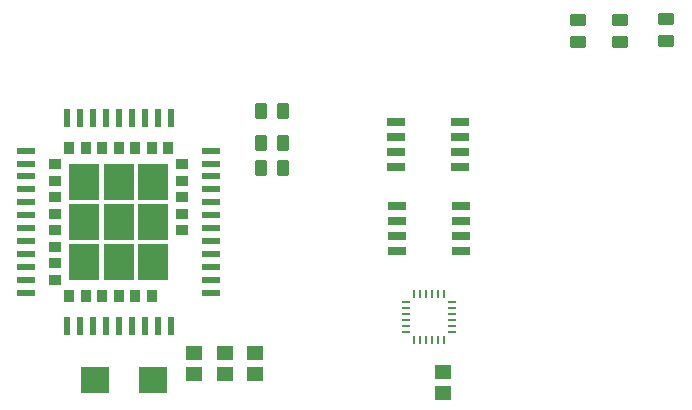
<source format=gbp>
G04*
G04 #@! TF.GenerationSoftware,Altium Limited,Altium Designer,22.0.2 (36)*
G04*
G04 Layer_Color=128*
%FSLAX25Y25*%
%MOIN*%
G70*
G04*
G04 #@! TF.SameCoordinates,1C5B4622-B4AA-4E77-B977-5182896014AD*
G04*
G04*
G04 #@! TF.FilePolarity,Positive*
G04*
G01*
G75*
%ADD16R,0.05709X0.04528*%
%ADD47R,0.10236X0.12205*%
%ADD48R,0.03543X0.04331*%
%ADD49R,0.04331X0.03543*%
%ADD50R,0.02362X0.06299*%
%ADD51R,0.06299X0.02362*%
%ADD52R,0.01024X0.03110*%
%ADD53R,0.03110X0.01024*%
G04:AMPARAMS|DCode=54|XSize=39.37mil|YSize=55.91mil|CornerRadius=4.92mil|HoleSize=0mil|Usage=FLASHONLY|Rotation=0.000|XOffset=0mil|YOffset=0mil|HoleType=Round|Shape=RoundedRectangle|*
%AMROUNDEDRECTD54*
21,1,0.03937,0.04606,0,0,0.0*
21,1,0.02953,0.05591,0,0,0.0*
1,1,0.00984,0.01476,-0.02303*
1,1,0.00984,-0.01476,-0.02303*
1,1,0.00984,-0.01476,0.02303*
1,1,0.00984,0.01476,0.02303*
%
%ADD54ROUNDEDRECTD54*%
G04:AMPARAMS|DCode=55|XSize=39.37mil|YSize=55.91mil|CornerRadius=4.92mil|HoleSize=0mil|Usage=FLASHONLY|Rotation=90.000|XOffset=0mil|YOffset=0mil|HoleType=Round|Shape=RoundedRectangle|*
%AMROUNDEDRECTD55*
21,1,0.03937,0.04606,0,0,90.0*
21,1,0.02953,0.05591,0,0,90.0*
1,1,0.00984,0.02303,0.01476*
1,1,0.00984,0.02303,-0.01476*
1,1,0.00984,-0.02303,-0.01476*
1,1,0.00984,-0.02303,0.01476*
%
%ADD55ROUNDEDRECTD55*%
%ADD56R,0.09331X0.08780*%
%ADD57R,0.05906X0.02559*%
D16*
X150500Y35957D02*
D03*
Y43043D02*
D03*
X67500Y49543D02*
D03*
Y42457D02*
D03*
X78000Y49543D02*
D03*
Y42457D02*
D03*
X88000Y49500D02*
D03*
Y42413D02*
D03*
D47*
X42500Y93114D02*
D03*
Y79728D02*
D03*
X53917Y79728D02*
D03*
Y93114D02*
D03*
X53917Y106500D02*
D03*
X42500D02*
D03*
X31083D02*
D03*
Y93114D02*
D03*
Y79728D02*
D03*
D48*
X25965Y68311D02*
D03*
X31476D02*
D03*
X36988D02*
D03*
X42500D02*
D03*
X48012D02*
D03*
X53524D02*
D03*
X59035Y117917D02*
D03*
X53524D02*
D03*
X48012D02*
D03*
X42500D02*
D03*
X36988D02*
D03*
X31476D02*
D03*
X25965D02*
D03*
D49*
X63563Y90358D02*
D03*
Y95870D02*
D03*
Y101382D02*
D03*
Y106894D02*
D03*
Y112405D02*
D03*
X21437D02*
D03*
Y106894D02*
D03*
Y101382D02*
D03*
Y95870D02*
D03*
Y90358D02*
D03*
Y84846D02*
D03*
Y79334D02*
D03*
Y73823D02*
D03*
D50*
X25177Y58468D02*
D03*
X29508D02*
D03*
X33839D02*
D03*
X38169D02*
D03*
X42500D02*
D03*
X46831D02*
D03*
X51161D02*
D03*
X55492D02*
D03*
X59823D02*
D03*
Y127760D02*
D03*
X55492D02*
D03*
X51161D02*
D03*
X46831D02*
D03*
X42500D02*
D03*
X38169D02*
D03*
X33839D02*
D03*
X29508D02*
D03*
X25177D02*
D03*
D51*
X73406Y69295D02*
D03*
Y73626D02*
D03*
Y77957D02*
D03*
Y82287D02*
D03*
Y86618D02*
D03*
Y90949D02*
D03*
Y95279D02*
D03*
Y99610D02*
D03*
Y103941D02*
D03*
Y108271D02*
D03*
Y112602D02*
D03*
Y116933D02*
D03*
X11594D02*
D03*
Y112602D02*
D03*
Y108271D02*
D03*
Y103941D02*
D03*
Y99610D02*
D03*
Y95279D02*
D03*
Y90949D02*
D03*
Y86618D02*
D03*
Y82287D02*
D03*
Y77957D02*
D03*
Y73626D02*
D03*
Y69295D02*
D03*
D52*
X141079Y53744D02*
D03*
X143047D02*
D03*
X145016D02*
D03*
X146984D02*
D03*
X148953D02*
D03*
X150921D02*
D03*
Y69256D02*
D03*
X148953D02*
D03*
X146984D02*
D03*
X145016D02*
D03*
X143047D02*
D03*
X141079D02*
D03*
D53*
X153756Y56579D02*
D03*
Y58547D02*
D03*
Y60516D02*
D03*
Y62484D02*
D03*
Y64453D02*
D03*
Y66421D02*
D03*
X138244D02*
D03*
Y64453D02*
D03*
Y62484D02*
D03*
Y60516D02*
D03*
Y58547D02*
D03*
Y56579D02*
D03*
D54*
X89819Y130000D02*
D03*
X97181D02*
D03*
X97362Y119500D02*
D03*
X90000D02*
D03*
X97362Y111000D02*
D03*
X90000D02*
D03*
D55*
X209500Y153138D02*
D03*
Y160500D02*
D03*
X225000Y153319D02*
D03*
Y160681D02*
D03*
X195500Y153000D02*
D03*
Y160362D02*
D03*
D56*
X34551Y40500D02*
D03*
X54000D02*
D03*
D57*
X156130Y126500D02*
D03*
Y121500D02*
D03*
Y116500D02*
D03*
Y111500D02*
D03*
X134870D02*
D03*
Y116500D02*
D03*
Y121500D02*
D03*
Y126500D02*
D03*
X156630Y98500D02*
D03*
Y93500D02*
D03*
Y88500D02*
D03*
Y83500D02*
D03*
X135370D02*
D03*
Y88500D02*
D03*
Y93500D02*
D03*
Y98500D02*
D03*
M02*

</source>
